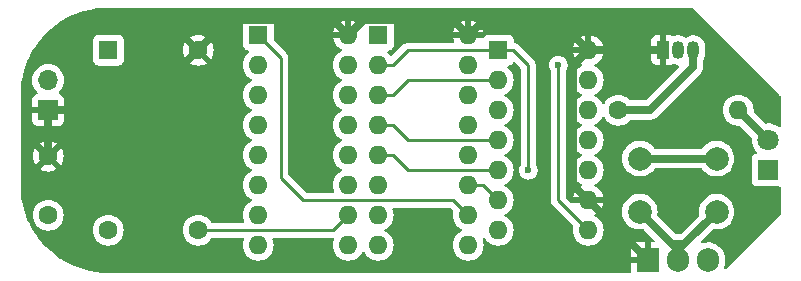
<source format=gbl>
G04 #@! TF.GenerationSoftware,KiCad,Pcbnew,8.0.9*
G04 #@! TF.CreationDate,2025-03-02T13:36:19+01:00*
G04 #@! TF.ProjectId,strobe,7374726f-6265-42e6-9b69-6361645f7063,rev?*
G04 #@! TF.SameCoordinates,Original*
G04 #@! TF.FileFunction,Copper,L2,Bot*
G04 #@! TF.FilePolarity,Positive*
%FSLAX46Y46*%
G04 Gerber Fmt 4.6, Leading zero omitted, Abs format (unit mm)*
G04 Created by KiCad (PCBNEW 8.0.9) date 2025-03-02 13:36:19*
%MOMM*%
%LPD*%
G01*
G04 APERTURE LIST*
G04 #@! TA.AperFunction,ComponentPad*
%ADD10R,1.600000X1.600000*%
G04 #@! TD*
G04 #@! TA.AperFunction,ComponentPad*
%ADD11O,1.600000X1.600000*%
G04 #@! TD*
G04 #@! TA.AperFunction,ComponentPad*
%ADD12R,1.050000X1.500000*%
G04 #@! TD*
G04 #@! TA.AperFunction,ComponentPad*
%ADD13O,1.050000X1.500000*%
G04 #@! TD*
G04 #@! TA.AperFunction,ComponentPad*
%ADD14C,2.000000*%
G04 #@! TD*
G04 #@! TA.AperFunction,ComponentPad*
%ADD15R,1.800000X1.800000*%
G04 #@! TD*
G04 #@! TA.AperFunction,ComponentPad*
%ADD16C,1.800000*%
G04 #@! TD*
G04 #@! TA.AperFunction,ComponentPad*
%ADD17R,1.700000X1.700000*%
G04 #@! TD*
G04 #@! TA.AperFunction,ComponentPad*
%ADD18O,1.700000X1.700000*%
G04 #@! TD*
G04 #@! TA.AperFunction,ComponentPad*
%ADD19C,1.600000*%
G04 #@! TD*
G04 #@! TA.AperFunction,ComponentPad*
%ADD20R,1.905000X2.000000*%
G04 #@! TD*
G04 #@! TA.AperFunction,ComponentPad*
%ADD21O,1.905000X2.000000*%
G04 #@! TD*
G04 #@! TA.AperFunction,ViaPad*
%ADD22C,0.600000*%
G04 #@! TD*
G04 #@! TA.AperFunction,Conductor*
%ADD23C,0.635000*%
G04 #@! TD*
G04 #@! TA.AperFunction,Conductor*
%ADD24C,0.254000*%
G04 #@! TD*
G04 APERTURE END LIST*
D10*
X128270000Y-95250000D03*
D11*
X128270000Y-97790000D03*
X128270000Y-100330000D03*
X128270000Y-102870000D03*
X128270000Y-105410000D03*
X128270000Y-107950000D03*
X128270000Y-110490000D03*
X135890000Y-110490000D03*
X135890000Y-107950000D03*
X135890000Y-105410000D03*
X135890000Y-102870000D03*
X135890000Y-100330000D03*
X135890000Y-97790000D03*
X135890000Y-95250000D03*
D10*
X118110000Y-93980000D03*
D11*
X118110000Y-96520000D03*
X118110000Y-99060000D03*
X118110000Y-101600000D03*
X118110000Y-104140000D03*
X118110000Y-106680000D03*
X118110000Y-109220000D03*
X118110000Y-111760000D03*
X125730000Y-111760000D03*
X125730000Y-109220000D03*
X125730000Y-106680000D03*
X125730000Y-104140000D03*
X125730000Y-101600000D03*
X125730000Y-99060000D03*
X125730000Y-96520000D03*
X125730000Y-93980000D03*
D12*
X142240000Y-95250000D03*
D13*
X143510000Y-95250000D03*
X144780000Y-95250000D03*
D10*
X107950000Y-93980000D03*
D11*
X107950000Y-96520000D03*
X107950000Y-99060000D03*
X107950000Y-101600000D03*
X107950000Y-104140000D03*
X107950000Y-106680000D03*
X107950000Y-109220000D03*
X107950000Y-111760000D03*
X115570000Y-111760000D03*
X115570000Y-109220000D03*
X115570000Y-106680000D03*
X115570000Y-104140000D03*
X115570000Y-101600000D03*
X115570000Y-99060000D03*
X115570000Y-96520000D03*
X115570000Y-93980000D03*
D14*
X140260000Y-104430000D03*
X146760000Y-104430000D03*
X140260000Y-108930000D03*
X146760000Y-108930000D03*
D15*
X151130000Y-105390000D03*
D16*
X151130000Y-102850000D03*
D17*
X90170000Y-100330000D03*
D18*
X90170000Y-97790000D03*
D19*
X138430000Y-100330000D03*
D11*
X148590000Y-100330000D03*
D10*
X95250000Y-95250000D03*
D19*
X95250000Y-110490000D03*
X102870000Y-110490000D03*
X102870000Y-95250000D03*
X90170000Y-104220000D03*
X90170000Y-109220000D03*
D20*
X140970000Y-113030000D03*
D21*
X143510000Y-113030000D03*
X146050000Y-113030000D03*
D22*
X133350000Y-96520000D03*
X130810000Y-105410000D03*
D23*
X146760000Y-104430000D02*
X140260000Y-104430000D01*
X124412500Y-92662500D02*
X125730000Y-93980000D01*
X115570000Y-93980000D02*
X116887500Y-92662500D01*
X90170000Y-100330000D02*
X90170000Y-104220000D01*
X105457500Y-92662500D02*
X114252500Y-92662500D01*
X102870000Y-95250000D02*
X105457500Y-92662500D01*
X133820001Y-93180001D02*
X135890000Y-95250000D01*
X135890000Y-95250000D02*
X142240000Y-95250000D01*
X134572500Y-106632500D02*
X135890000Y-107950000D01*
X126529999Y-93180001D02*
X133820001Y-93180001D01*
X134572500Y-96567500D02*
X134572500Y-106632500D01*
X114252500Y-92662500D02*
X115570000Y-93980000D01*
X116887500Y-92662500D02*
X124412500Y-92662500D01*
X125730000Y-93980000D02*
X126529999Y-93180001D01*
X135890000Y-107950000D02*
X140970000Y-113030000D01*
X97790000Y-100330000D02*
X90170000Y-100330000D01*
X135890000Y-95250000D02*
X134572500Y-96567500D01*
X102870000Y-95250000D02*
X97790000Y-100330000D01*
X151130000Y-102850000D02*
X151110000Y-102850000D01*
X151110000Y-102850000D02*
X148590000Y-100330000D01*
D24*
X135890000Y-110490000D02*
X133350000Y-107950000D01*
X133350000Y-107950000D02*
X133350000Y-96520000D01*
D23*
X144780000Y-96635000D02*
X144780000Y-95250000D01*
X138430000Y-100330000D02*
X141085000Y-100330000D01*
X141085000Y-100330000D02*
X144780000Y-96635000D01*
X143510000Y-113030000D02*
X143510000Y-112180000D01*
X142982500Y-111652500D02*
X143510000Y-112180000D01*
X144037500Y-111652500D02*
X146760000Y-108930000D01*
X144037500Y-111652500D02*
X142982500Y-111652500D01*
X140260000Y-108930000D02*
X142982500Y-111652500D01*
X143510000Y-112180000D02*
X144037500Y-111652500D01*
D24*
X114300000Y-110490000D02*
X115570000Y-109220000D01*
X102870000Y-110490000D02*
X114300000Y-110490000D01*
X109855000Y-95885000D02*
X107950000Y-93980000D01*
X124460000Y-107950000D02*
X111760000Y-107950000D01*
X111760000Y-107950000D02*
X109855000Y-106045000D01*
X109855000Y-106045000D02*
X109855000Y-95885000D01*
X125730000Y-109220000D02*
X124460000Y-107950000D01*
X125730000Y-106680000D02*
X127000000Y-106680000D01*
X127000000Y-106680000D02*
X128270000Y-107950000D01*
X118110000Y-96520000D02*
X119380000Y-96520000D01*
X119380000Y-96520000D02*
X120650000Y-95250000D01*
X129540000Y-95250000D02*
X128270000Y-95250000D01*
X130810000Y-96520000D02*
X129540000Y-95250000D01*
X120650000Y-95250000D02*
X128270000Y-95250000D01*
X130810000Y-105410000D02*
X130810000Y-96520000D01*
X128270000Y-102870000D02*
X120650000Y-102870000D01*
X120650000Y-102870000D02*
X119380000Y-101600000D01*
X119380000Y-101600000D02*
X118110000Y-101600000D01*
X118110000Y-104140000D02*
X119380000Y-104140000D01*
X128270000Y-105410000D02*
X120650000Y-105410000D01*
X119380000Y-104140000D02*
X120650000Y-105410000D01*
X119380000Y-99060000D02*
X120650000Y-97790000D01*
X120650000Y-97790000D02*
X128270000Y-97790000D01*
X118110000Y-99060000D02*
X119380000Y-99060000D01*
G04 #@! TA.AperFunction,Conductor*
G36*
X144712627Y-91660185D02*
G01*
X144733269Y-91676819D01*
X152163181Y-99106730D01*
X152196666Y-99168053D01*
X152199500Y-99194411D01*
X152199500Y-101654063D01*
X152179815Y-101721102D01*
X152127011Y-101766857D01*
X152057853Y-101776801D01*
X151999338Y-101751917D01*
X151948543Y-101712382D01*
X151898626Y-101673530D01*
X151762751Y-101599998D01*
X151694504Y-101563064D01*
X151694495Y-101563061D01*
X151474984Y-101487702D01*
X151303282Y-101459050D01*
X151246049Y-101449500D01*
X151013951Y-101449500D01*
X151013950Y-101449500D01*
X150950393Y-101460105D01*
X150881028Y-101451722D01*
X150842304Y-101425477D01*
X149924395Y-100507568D01*
X149890910Y-100446245D01*
X149888548Y-100409084D01*
X149895468Y-100330000D01*
X149875635Y-100103308D01*
X149816739Y-99883504D01*
X149720568Y-99677266D01*
X149622839Y-99537693D01*
X149590045Y-99490858D01*
X149429141Y-99329954D01*
X149242734Y-99199432D01*
X149242732Y-99199431D01*
X149036497Y-99103261D01*
X149036488Y-99103258D01*
X148816697Y-99044366D01*
X148816693Y-99044365D01*
X148816692Y-99044365D01*
X148816691Y-99044364D01*
X148816686Y-99044364D01*
X148590002Y-99024532D01*
X148589998Y-99024532D01*
X148363313Y-99044364D01*
X148363302Y-99044366D01*
X148143511Y-99103258D01*
X148143502Y-99103261D01*
X147937267Y-99199431D01*
X147937265Y-99199432D01*
X147750858Y-99329954D01*
X147589954Y-99490858D01*
X147459432Y-99677265D01*
X147459431Y-99677267D01*
X147363261Y-99883502D01*
X147363258Y-99883511D01*
X147304366Y-100103302D01*
X147304364Y-100103313D01*
X147284532Y-100329998D01*
X147284532Y-100330001D01*
X147304364Y-100556686D01*
X147304366Y-100556697D01*
X147363258Y-100776488D01*
X147363261Y-100776497D01*
X147459431Y-100982732D01*
X147459432Y-100982734D01*
X147589954Y-101169141D01*
X147750858Y-101330045D01*
X147750861Y-101330047D01*
X147937266Y-101460568D01*
X148143504Y-101556739D01*
X148363308Y-101615635D01*
X148525230Y-101629801D01*
X148589998Y-101635468D01*
X148589999Y-101635468D01*
X148589999Y-101635467D01*
X148590000Y-101635468D01*
X148669080Y-101628548D01*
X148737578Y-101642314D01*
X148767568Y-101664395D01*
X149701540Y-102598367D01*
X149735025Y-102659690D01*
X149737436Y-102696287D01*
X149726628Y-102826739D01*
X149724700Y-102850005D01*
X149724700Y-102850006D01*
X149743864Y-103081297D01*
X149743866Y-103081308D01*
X149800842Y-103306300D01*
X149894075Y-103518848D01*
X150021016Y-103713147D01*
X150021019Y-103713151D01*
X150021021Y-103713153D01*
X150115803Y-103816114D01*
X150146724Y-103878767D01*
X150138864Y-103948193D01*
X150094716Y-104002348D01*
X150067906Y-104016277D01*
X149987669Y-104046203D01*
X149987664Y-104046206D01*
X149872455Y-104132452D01*
X149872452Y-104132455D01*
X149786206Y-104247664D01*
X149786202Y-104247671D01*
X149735908Y-104382517D01*
X149729501Y-104442116D01*
X149729500Y-104442135D01*
X149729500Y-106337870D01*
X149729501Y-106337876D01*
X149735908Y-106397483D01*
X149786202Y-106532328D01*
X149786206Y-106532335D01*
X149872452Y-106647544D01*
X149872455Y-106647547D01*
X149987664Y-106733793D01*
X149987671Y-106733797D01*
X150122517Y-106784091D01*
X150122516Y-106784091D01*
X150129444Y-106784835D01*
X150182127Y-106790500D01*
X152075500Y-106790499D01*
X152142539Y-106810184D01*
X152188294Y-106862987D01*
X152199500Y-106914499D01*
X152199500Y-109085588D01*
X152179815Y-109152627D01*
X152163181Y-109173269D01*
X147615140Y-113721309D01*
X147553817Y-113754794D01*
X147484125Y-113749810D01*
X147428192Y-113707938D01*
X147403775Y-113642474D01*
X147409528Y-113595310D01*
X147467221Y-113417749D01*
X147467221Y-113417748D01*
X147467222Y-113417745D01*
X147503000Y-113191854D01*
X147503000Y-112868146D01*
X147467222Y-112642255D01*
X147467221Y-112642251D01*
X147467221Y-112642250D01*
X147396549Y-112424744D01*
X147390427Y-112412728D01*
X147292717Y-112220962D01*
X147158286Y-112035934D01*
X146996566Y-111874214D01*
X146811538Y-111739783D01*
X146607755Y-111635950D01*
X146390248Y-111565278D01*
X146188428Y-111533313D01*
X146164354Y-111529500D01*
X145935646Y-111529500D01*
X145892063Y-111536403D01*
X145709753Y-111565278D01*
X145709746Y-111565279D01*
X145566667Y-111611768D01*
X145496826Y-111613763D01*
X145436994Y-111577682D01*
X145406166Y-111514981D01*
X145414131Y-111445567D01*
X145440666Y-111406159D01*
X146402561Y-110444264D01*
X146463882Y-110410781D01*
X146510646Y-110409638D01*
X146635665Y-110430500D01*
X146635666Y-110430500D01*
X146884335Y-110430500D01*
X147129614Y-110389571D01*
X147364810Y-110308828D01*
X147583509Y-110190474D01*
X147779744Y-110037738D01*
X147948164Y-109854785D01*
X148084173Y-109646607D01*
X148184063Y-109418881D01*
X148245108Y-109177821D01*
X148247196Y-109152627D01*
X148265643Y-108930005D01*
X148265643Y-108929994D01*
X148245109Y-108682187D01*
X148245107Y-108682175D01*
X148184063Y-108441118D01*
X148084173Y-108213393D01*
X147948166Y-108005217D01*
X147864469Y-107914298D01*
X147779744Y-107822262D01*
X147583509Y-107669526D01*
X147583507Y-107669525D01*
X147583506Y-107669524D01*
X147364811Y-107551172D01*
X147364802Y-107551169D01*
X147129616Y-107470429D01*
X146884335Y-107429500D01*
X146635665Y-107429500D01*
X146390383Y-107470429D01*
X146155197Y-107551169D01*
X146155188Y-107551172D01*
X145936493Y-107669524D01*
X145740257Y-107822261D01*
X145571833Y-108005217D01*
X145435826Y-108213393D01*
X145335936Y-108441118D01*
X145274892Y-108682175D01*
X145274890Y-108682187D01*
X145254357Y-108929994D01*
X145254357Y-108930005D01*
X145274890Y-109177812D01*
X145275737Y-109182885D01*
X145273517Y-109183255D01*
X145271193Y-109243646D01*
X145241328Y-109291843D01*
X143734992Y-110798181D01*
X143673669Y-110831666D01*
X143647311Y-110834500D01*
X143372689Y-110834500D01*
X143305650Y-110814815D01*
X143285008Y-110798181D01*
X141778670Y-109291843D01*
X141745185Y-109230520D01*
X141745997Y-109183165D01*
X141744264Y-109182876D01*
X141745107Y-109177824D01*
X141745108Y-109177821D01*
X141747196Y-109152627D01*
X141765643Y-108930005D01*
X141765643Y-108929994D01*
X141745109Y-108682187D01*
X141745107Y-108682175D01*
X141684063Y-108441118D01*
X141584173Y-108213393D01*
X141448166Y-108005217D01*
X141364469Y-107914298D01*
X141279744Y-107822262D01*
X141083509Y-107669526D01*
X141083507Y-107669525D01*
X141083506Y-107669524D01*
X140864811Y-107551172D01*
X140864802Y-107551169D01*
X140629616Y-107470429D01*
X140384335Y-107429500D01*
X140135665Y-107429500D01*
X139890383Y-107470429D01*
X139655197Y-107551169D01*
X139655188Y-107551172D01*
X139436493Y-107669524D01*
X139240257Y-107822261D01*
X139071833Y-108005217D01*
X138935826Y-108213393D01*
X138835936Y-108441118D01*
X138774892Y-108682175D01*
X138774890Y-108682187D01*
X138754357Y-108929994D01*
X138754357Y-108930005D01*
X138774890Y-109177812D01*
X138774892Y-109177824D01*
X138835936Y-109418881D01*
X138935826Y-109646606D01*
X139071833Y-109854782D01*
X139071836Y-109854785D01*
X139240256Y-110037738D01*
X139436491Y-110190474D01*
X139655190Y-110308828D01*
X139890386Y-110389571D01*
X140135665Y-110430500D01*
X140384334Y-110430500D01*
X140384335Y-110430500D01*
X140509351Y-110409638D01*
X140578713Y-110418020D01*
X140617439Y-110444266D01*
X141491492Y-111318319D01*
X141524977Y-111379642D01*
X141519993Y-111449334D01*
X141478121Y-111505267D01*
X141412657Y-111529684D01*
X141403811Y-111530000D01*
X141220000Y-111530000D01*
X141220000Y-112539252D01*
X141182292Y-112517482D01*
X141042409Y-112480000D01*
X140897591Y-112480000D01*
X140757708Y-112517482D01*
X140720000Y-112539252D01*
X140720000Y-111530000D01*
X139969655Y-111530000D01*
X139910127Y-111536401D01*
X139910120Y-111536403D01*
X139775413Y-111586645D01*
X139775406Y-111586649D01*
X139660312Y-111672809D01*
X139660309Y-111672812D01*
X139574149Y-111787906D01*
X139574145Y-111787913D01*
X139523903Y-111922620D01*
X139523901Y-111922627D01*
X139517500Y-111982155D01*
X139517500Y-112780000D01*
X140479252Y-112780000D01*
X140457482Y-112817708D01*
X140420000Y-112957591D01*
X140420000Y-113102409D01*
X140457482Y-113242292D01*
X140479252Y-113280000D01*
X139517500Y-113280000D01*
X139517500Y-113975500D01*
X139497815Y-114042539D01*
X139445011Y-114088294D01*
X139393500Y-114099500D01*
X95252214Y-114099500D01*
X95247788Y-114099421D01*
X94725131Y-114080754D01*
X94716302Y-114080123D01*
X94198495Y-114024453D01*
X94189733Y-114023193D01*
X93677223Y-113930726D01*
X93668574Y-113928844D01*
X93163973Y-113800052D01*
X93155480Y-113797558D01*
X92661359Y-113633098D01*
X92653065Y-113630005D01*
X92171922Y-113430710D01*
X92163871Y-113427033D01*
X91698168Y-113193919D01*
X91690406Y-113189681D01*
X91242517Y-112923937D01*
X91235075Y-112919154D01*
X91193903Y-112890568D01*
X91005915Y-112760045D01*
X90807292Y-112622138D01*
X90800206Y-112616833D01*
X90394716Y-112290068D01*
X90388026Y-112284272D01*
X90006862Y-111929396D01*
X90000603Y-111923137D01*
X89645727Y-111541973D01*
X89639931Y-111535283D01*
X89313166Y-111129793D01*
X89307861Y-111122707D01*
X89178572Y-110936496D01*
X89010837Y-110694912D01*
X89006067Y-110687489D01*
X88740313Y-110239584D01*
X88736080Y-110231831D01*
X88730181Y-110220047D01*
X88596581Y-109953147D01*
X88502966Y-109766128D01*
X88499289Y-109758077D01*
X88322847Y-109332106D01*
X88299993Y-109276932D01*
X88296901Y-109268640D01*
X88287572Y-109240611D01*
X88280711Y-109219998D01*
X88864532Y-109219998D01*
X88864532Y-109220001D01*
X88884364Y-109446686D01*
X88884366Y-109446697D01*
X88943258Y-109666488D01*
X88943261Y-109666497D01*
X89039431Y-109872732D01*
X89039432Y-109872734D01*
X89169954Y-110059141D01*
X89330858Y-110220045D01*
X89330861Y-110220047D01*
X89517266Y-110350568D01*
X89723504Y-110446739D01*
X89943308Y-110505635D01*
X90105230Y-110519801D01*
X90169998Y-110525468D01*
X90170000Y-110525468D01*
X90170002Y-110525468D01*
X90226673Y-110520509D01*
X90396692Y-110505635D01*
X90455050Y-110489998D01*
X93944532Y-110489998D01*
X93944532Y-110490001D01*
X93964364Y-110716686D01*
X93964366Y-110716697D01*
X94023258Y-110936488D01*
X94023261Y-110936497D01*
X94119431Y-111142732D01*
X94119432Y-111142734D01*
X94249954Y-111329141D01*
X94410858Y-111490045D01*
X94410861Y-111490047D01*
X94597266Y-111620568D01*
X94803504Y-111716739D01*
X95023308Y-111775635D01*
X95185230Y-111789801D01*
X95249998Y-111795468D01*
X95250000Y-111795468D01*
X95250002Y-111795468D01*
X95306673Y-111790509D01*
X95476692Y-111775635D01*
X95696496Y-111716739D01*
X95902734Y-111620568D01*
X96089139Y-111490047D01*
X96250047Y-111329139D01*
X96380568Y-111142734D01*
X96476739Y-110936496D01*
X96535635Y-110716692D01*
X96555468Y-110490000D01*
X96555468Y-110489998D01*
X101564532Y-110489998D01*
X101564532Y-110490001D01*
X101584364Y-110716686D01*
X101584366Y-110716697D01*
X101643258Y-110936488D01*
X101643261Y-110936497D01*
X101739431Y-111142732D01*
X101739432Y-111142734D01*
X101869954Y-111329141D01*
X102030858Y-111490045D01*
X102030861Y-111490047D01*
X102217266Y-111620568D01*
X102423504Y-111716739D01*
X102643308Y-111775635D01*
X102805230Y-111789801D01*
X102869998Y-111795468D01*
X102870000Y-111795468D01*
X102870002Y-111795468D01*
X102926673Y-111790509D01*
X103096692Y-111775635D01*
X103316496Y-111716739D01*
X103522734Y-111620568D01*
X103709139Y-111490047D01*
X103870047Y-111329139D01*
X103981212Y-111170376D01*
X104035788Y-111126752D01*
X104082787Y-111117500D01*
X106620018Y-111117500D01*
X106687057Y-111137185D01*
X106732812Y-111189989D01*
X106742756Y-111259147D01*
X106732401Y-111293903D01*
X106723262Y-111313502D01*
X106723258Y-111313511D01*
X106664366Y-111533302D01*
X106664364Y-111533313D01*
X106644532Y-111759998D01*
X106644532Y-111760001D01*
X106664364Y-111986686D01*
X106664366Y-111986697D01*
X106723258Y-112206488D01*
X106723261Y-112206497D01*
X106819431Y-112412732D01*
X106819432Y-112412734D01*
X106949954Y-112599141D01*
X107110858Y-112760045D01*
X107110861Y-112760047D01*
X107297266Y-112890568D01*
X107503504Y-112986739D01*
X107723308Y-113045635D01*
X107885230Y-113059801D01*
X107949998Y-113065468D01*
X107950000Y-113065468D01*
X107950002Y-113065468D01*
X108006673Y-113060509D01*
X108176692Y-113045635D01*
X108396496Y-112986739D01*
X108602734Y-112890568D01*
X108789139Y-112760047D01*
X108950047Y-112599139D01*
X109080568Y-112412734D01*
X109176739Y-112206496D01*
X109235635Y-111986692D01*
X109255468Y-111760000D01*
X109235635Y-111533308D01*
X109176739Y-111313504D01*
X109167599Y-111293903D01*
X109157108Y-111224826D01*
X109185629Y-111161042D01*
X109244106Y-111122803D01*
X109279982Y-111117500D01*
X114240018Y-111117500D01*
X114307057Y-111137185D01*
X114352812Y-111189989D01*
X114362756Y-111259147D01*
X114352401Y-111293903D01*
X114343262Y-111313502D01*
X114343258Y-111313511D01*
X114284366Y-111533302D01*
X114284364Y-111533313D01*
X114264532Y-111759998D01*
X114264532Y-111760001D01*
X114284364Y-111986686D01*
X114284366Y-111986697D01*
X114343258Y-112206488D01*
X114343261Y-112206497D01*
X114439431Y-112412732D01*
X114439432Y-112412734D01*
X114569954Y-112599141D01*
X114730858Y-112760045D01*
X114730861Y-112760047D01*
X114917266Y-112890568D01*
X115123504Y-112986739D01*
X115343308Y-113045635D01*
X115505230Y-113059801D01*
X115569998Y-113065468D01*
X115570000Y-113065468D01*
X115570002Y-113065468D01*
X115626673Y-113060509D01*
X115796692Y-113045635D01*
X116016496Y-112986739D01*
X116222734Y-112890568D01*
X116409139Y-112760047D01*
X116570047Y-112599139D01*
X116700568Y-112412734D01*
X116727618Y-112354724D01*
X116773790Y-112302285D01*
X116840983Y-112283133D01*
X116907865Y-112303348D01*
X116952382Y-112354725D01*
X116979429Y-112412728D01*
X116979432Y-112412734D01*
X117109954Y-112599141D01*
X117270858Y-112760045D01*
X117270861Y-112760047D01*
X117457266Y-112890568D01*
X117663504Y-112986739D01*
X117883308Y-113045635D01*
X118045230Y-113059801D01*
X118109998Y-113065468D01*
X118110000Y-113065468D01*
X118110002Y-113065468D01*
X118166673Y-113060509D01*
X118336692Y-113045635D01*
X118556496Y-112986739D01*
X118762734Y-112890568D01*
X118949139Y-112760047D01*
X119110047Y-112599139D01*
X119240568Y-112412734D01*
X119336739Y-112206496D01*
X119395635Y-111986692D01*
X119415468Y-111760000D01*
X119395635Y-111533308D01*
X119336739Y-111313504D01*
X119240568Y-111107266D01*
X119110047Y-110920861D01*
X119110045Y-110920858D01*
X118949141Y-110759954D01*
X118762734Y-110629432D01*
X118762728Y-110629429D01*
X118704725Y-110602382D01*
X118652285Y-110556210D01*
X118633133Y-110489017D01*
X118653348Y-110422135D01*
X118704725Y-110377618D01*
X118762734Y-110350568D01*
X118949139Y-110220047D01*
X119110047Y-110059139D01*
X119240568Y-109872734D01*
X119336739Y-109666496D01*
X119395635Y-109446692D01*
X119415468Y-109220000D01*
X119395635Y-108993308D01*
X119336739Y-108773504D01*
X119327599Y-108753903D01*
X119317108Y-108684826D01*
X119345629Y-108621042D01*
X119404106Y-108582803D01*
X119439982Y-108577500D01*
X124148719Y-108577500D01*
X124215758Y-108597185D01*
X124236400Y-108613819D01*
X124429989Y-108807408D01*
X124463474Y-108868731D01*
X124462083Y-108927182D01*
X124444366Y-108993302D01*
X124444364Y-108993313D01*
X124424532Y-109219998D01*
X124424532Y-109220001D01*
X124444364Y-109446686D01*
X124444366Y-109446697D01*
X124503258Y-109666488D01*
X124503261Y-109666497D01*
X124599431Y-109872732D01*
X124599432Y-109872734D01*
X124729954Y-110059141D01*
X124890858Y-110220045D01*
X124890861Y-110220047D01*
X125077266Y-110350568D01*
X125135275Y-110377618D01*
X125187714Y-110423791D01*
X125206866Y-110490984D01*
X125186650Y-110557865D01*
X125135275Y-110602382D01*
X125077267Y-110629431D01*
X125077265Y-110629432D01*
X124890858Y-110759954D01*
X124729954Y-110920858D01*
X124599432Y-111107265D01*
X124599431Y-111107267D01*
X124503261Y-111313502D01*
X124503258Y-111313511D01*
X124444366Y-111533302D01*
X124444364Y-111533313D01*
X124424532Y-111759998D01*
X124424532Y-111760001D01*
X124444364Y-111986686D01*
X124444366Y-111986697D01*
X124503258Y-112206488D01*
X124503261Y-112206497D01*
X124599431Y-112412732D01*
X124599432Y-112412734D01*
X124729954Y-112599141D01*
X124890858Y-112760045D01*
X124890861Y-112760047D01*
X125077266Y-112890568D01*
X125283504Y-112986739D01*
X125503308Y-113045635D01*
X125665230Y-113059801D01*
X125729998Y-113065468D01*
X125730000Y-113065468D01*
X125730002Y-113065468D01*
X125786673Y-113060509D01*
X125956692Y-113045635D01*
X126176496Y-112986739D01*
X126382734Y-112890568D01*
X126569139Y-112760047D01*
X126730047Y-112599139D01*
X126860568Y-112412734D01*
X126956739Y-112206496D01*
X127015635Y-111986692D01*
X127035468Y-111760000D01*
X127015635Y-111533308D01*
X126956739Y-111313504D01*
X126953119Y-111305742D01*
X126942627Y-111236667D01*
X126971145Y-111172882D01*
X127029621Y-111134642D01*
X127099488Y-111134086D01*
X127158565Y-111171391D01*
X127167076Y-111182214D01*
X127269954Y-111329141D01*
X127430858Y-111490045D01*
X127430861Y-111490047D01*
X127617266Y-111620568D01*
X127823504Y-111716739D01*
X128043308Y-111775635D01*
X128205230Y-111789801D01*
X128269998Y-111795468D01*
X128270000Y-111795468D01*
X128270002Y-111795468D01*
X128326673Y-111790509D01*
X128496692Y-111775635D01*
X128716496Y-111716739D01*
X128922734Y-111620568D01*
X129109139Y-111490047D01*
X129270047Y-111329139D01*
X129400568Y-111142734D01*
X129496739Y-110936496D01*
X129555635Y-110716692D01*
X129575468Y-110490000D01*
X129555635Y-110263308D01*
X129496739Y-110043504D01*
X129400568Y-109837266D01*
X129302839Y-109697693D01*
X129270045Y-109650858D01*
X129109141Y-109489954D01*
X128922734Y-109359432D01*
X128922728Y-109359429D01*
X128895038Y-109346517D01*
X128864724Y-109332381D01*
X128812285Y-109286210D01*
X128793133Y-109219017D01*
X128813348Y-109152135D01*
X128864725Y-109107618D01*
X128865319Y-109107341D01*
X128922734Y-109080568D01*
X129109139Y-108950047D01*
X129270047Y-108789139D01*
X129400568Y-108602734D01*
X129496739Y-108396496D01*
X129555635Y-108176692D01*
X129575468Y-107950000D01*
X129572344Y-107914298D01*
X129561960Y-107795606D01*
X129555635Y-107723308D01*
X129496739Y-107503504D01*
X129400568Y-107297266D01*
X129270047Y-107110861D01*
X129270045Y-107110858D01*
X129109141Y-106949954D01*
X128922734Y-106819432D01*
X128922728Y-106819429D01*
X128864725Y-106792382D01*
X128812285Y-106746210D01*
X128793133Y-106679017D01*
X128813348Y-106612135D01*
X128864725Y-106567618D01*
X128922734Y-106540568D01*
X129109139Y-106410047D01*
X129270047Y-106249139D01*
X129400568Y-106062734D01*
X129496739Y-105856496D01*
X129555635Y-105636692D01*
X129575468Y-105410000D01*
X129555635Y-105183308D01*
X129496739Y-104963504D01*
X129400568Y-104757266D01*
X129302839Y-104617693D01*
X129270045Y-104570858D01*
X129109141Y-104409954D01*
X128922734Y-104279432D01*
X128922728Y-104279429D01*
X128864725Y-104252382D01*
X128812285Y-104206210D01*
X128793133Y-104139017D01*
X128813348Y-104072135D01*
X128864725Y-104027618D01*
X128922734Y-104000568D01*
X129109139Y-103870047D01*
X129270047Y-103709139D01*
X129400568Y-103522734D01*
X129496739Y-103316496D01*
X129555635Y-103096692D01*
X129575468Y-102870000D01*
X129555635Y-102643308D01*
X129496739Y-102423504D01*
X129400568Y-102217266D01*
X129302839Y-102077693D01*
X129270045Y-102030858D01*
X129109141Y-101869954D01*
X128922734Y-101739432D01*
X128922728Y-101739429D01*
X128864725Y-101712382D01*
X128812285Y-101666210D01*
X128793133Y-101599017D01*
X128813348Y-101532135D01*
X128864725Y-101487618D01*
X128922734Y-101460568D01*
X129109139Y-101330047D01*
X129270047Y-101169139D01*
X129400568Y-100982734D01*
X129496739Y-100776496D01*
X129555635Y-100556692D01*
X129575468Y-100330000D01*
X129555635Y-100103308D01*
X129496739Y-99883504D01*
X129400568Y-99677266D01*
X129302839Y-99537693D01*
X129270045Y-99490858D01*
X129109141Y-99329954D01*
X128922734Y-99199432D01*
X128922728Y-99199429D01*
X128864725Y-99172382D01*
X128812285Y-99126210D01*
X128793133Y-99059017D01*
X128813348Y-98992135D01*
X128864725Y-98947618D01*
X128922734Y-98920568D01*
X129109139Y-98790047D01*
X129270047Y-98629139D01*
X129400568Y-98442734D01*
X129496739Y-98236496D01*
X129555635Y-98016692D01*
X129575468Y-97790000D01*
X129555635Y-97563308D01*
X129496739Y-97343504D01*
X129400568Y-97137266D01*
X129298842Y-96991985D01*
X129270045Y-96950858D01*
X129109143Y-96789956D01*
X129084536Y-96772726D01*
X129040912Y-96718149D01*
X129033719Y-96648650D01*
X129065241Y-96586296D01*
X129125471Y-96550882D01*
X129142404Y-96547861D01*
X129177483Y-96544091D01*
X129312331Y-96493796D01*
X129427546Y-96407546D01*
X129505576Y-96303310D01*
X129561509Y-96261441D01*
X129631201Y-96256457D01*
X129692523Y-96289942D01*
X130146181Y-96743600D01*
X130179666Y-96804923D01*
X130182500Y-96831281D01*
X130182500Y-104868328D01*
X130163494Y-104934300D01*
X130084211Y-105060476D01*
X130024631Y-105230745D01*
X130024630Y-105230750D01*
X130004435Y-105409996D01*
X130004435Y-105410003D01*
X130024630Y-105589249D01*
X130024631Y-105589254D01*
X130084211Y-105759523D01*
X130137184Y-105843828D01*
X130180184Y-105912262D01*
X130307738Y-106039816D01*
X130335381Y-106057185D01*
X130419417Y-106109989D01*
X130460478Y-106135789D01*
X130520713Y-106156866D01*
X130630745Y-106195368D01*
X130630750Y-106195369D01*
X130809996Y-106215565D01*
X130810000Y-106215565D01*
X130810004Y-106215565D01*
X130989249Y-106195369D01*
X130989252Y-106195368D01*
X130989255Y-106195368D01*
X131159522Y-106135789D01*
X131312262Y-106039816D01*
X131439816Y-105912262D01*
X131535789Y-105759522D01*
X131595368Y-105589255D01*
X131599855Y-105549431D01*
X131615565Y-105410003D01*
X131615565Y-105409996D01*
X131595369Y-105230750D01*
X131595368Y-105230745D01*
X131535788Y-105060476D01*
X131456506Y-104934300D01*
X131437500Y-104868328D01*
X131437500Y-96519996D01*
X132544435Y-96519996D01*
X132544435Y-96520003D01*
X132564630Y-96699249D01*
X132564631Y-96699254D01*
X132624211Y-96869524D01*
X132703493Y-96995698D01*
X132722500Y-97061671D01*
X132722500Y-108011807D01*
X132746612Y-108133028D01*
X132746615Y-108133038D01*
X132764697Y-108176689D01*
X132764698Y-108176693D01*
X132793914Y-108247228D01*
X132793915Y-108247229D01*
X132793917Y-108247233D01*
X132825578Y-108294616D01*
X132825578Y-108294617D01*
X132862589Y-108350008D01*
X132862593Y-108350013D01*
X134589988Y-110077408D01*
X134623473Y-110138731D01*
X134622083Y-110197180D01*
X134604365Y-110263307D01*
X134604364Y-110263313D01*
X134584532Y-110489999D01*
X134584532Y-110490001D01*
X134604364Y-110716686D01*
X134604366Y-110716697D01*
X134663258Y-110936488D01*
X134663261Y-110936497D01*
X134759431Y-111142732D01*
X134759432Y-111142734D01*
X134889954Y-111329141D01*
X135050858Y-111490045D01*
X135050861Y-111490047D01*
X135237266Y-111620568D01*
X135443504Y-111716739D01*
X135663308Y-111775635D01*
X135825230Y-111789801D01*
X135889998Y-111795468D01*
X135890000Y-111795468D01*
X135890002Y-111795468D01*
X135946673Y-111790509D01*
X136116692Y-111775635D01*
X136336496Y-111716739D01*
X136542734Y-111620568D01*
X136729139Y-111490047D01*
X136890047Y-111329139D01*
X137020568Y-111142734D01*
X137116739Y-110936496D01*
X137175635Y-110716692D01*
X137195468Y-110490000D01*
X137175635Y-110263308D01*
X137116739Y-110043504D01*
X137020568Y-109837266D01*
X136922839Y-109697693D01*
X136890045Y-109650858D01*
X136729141Y-109489954D01*
X136542734Y-109359432D01*
X136542732Y-109359431D01*
X136531275Y-109354088D01*
X136484132Y-109332105D01*
X136431694Y-109285934D01*
X136412542Y-109218740D01*
X136432758Y-109151859D01*
X136484134Y-109107341D01*
X136542484Y-109080132D01*
X136728820Y-108949657D01*
X136889657Y-108788820D01*
X137020134Y-108602482D01*
X137116265Y-108396326D01*
X137116269Y-108396317D01*
X137168872Y-108200000D01*
X136205686Y-108200000D01*
X136210080Y-108195606D01*
X136262741Y-108104394D01*
X136290000Y-108002661D01*
X136290000Y-107897339D01*
X136262741Y-107795606D01*
X136210080Y-107704394D01*
X136205686Y-107700000D01*
X137168872Y-107700000D01*
X137168872Y-107699999D01*
X137116269Y-107503682D01*
X137116265Y-107503673D01*
X137020134Y-107297517D01*
X136889657Y-107111179D01*
X136728820Y-106950342D01*
X136542482Y-106819865D01*
X136484133Y-106792657D01*
X136431694Y-106746484D01*
X136412542Y-106679291D01*
X136432758Y-106612410D01*
X136484129Y-106567895D01*
X136542734Y-106540568D01*
X136729139Y-106410047D01*
X136890047Y-106249139D01*
X137020568Y-106062734D01*
X137116739Y-105856496D01*
X137175635Y-105636692D01*
X137195468Y-105410000D01*
X137175635Y-105183308D01*
X137116739Y-104963504D01*
X137020568Y-104757266D01*
X136922839Y-104617693D01*
X136890045Y-104570858D01*
X136749181Y-104429994D01*
X138754357Y-104429994D01*
X138754357Y-104430005D01*
X138774890Y-104677812D01*
X138774892Y-104677824D01*
X138835936Y-104918881D01*
X138935826Y-105146606D01*
X139071833Y-105354782D01*
X139071835Y-105354784D01*
X139071836Y-105354785D01*
X139240256Y-105537738D01*
X139436491Y-105690474D01*
X139436493Y-105690475D01*
X139564080Y-105759522D01*
X139655190Y-105808828D01*
X139890386Y-105889571D01*
X140135665Y-105930500D01*
X140384335Y-105930500D01*
X140629614Y-105889571D01*
X140864810Y-105808828D01*
X141083509Y-105690474D01*
X141279744Y-105537738D01*
X141448164Y-105354785D01*
X141481227Y-105304177D01*
X141534374Y-105258822D01*
X141585036Y-105248000D01*
X145434964Y-105248000D01*
X145502003Y-105267685D01*
X145538772Y-105304177D01*
X145571836Y-105354785D01*
X145740256Y-105537738D01*
X145936491Y-105690474D01*
X145936493Y-105690475D01*
X146064080Y-105759522D01*
X146155190Y-105808828D01*
X146390386Y-105889571D01*
X146635665Y-105930500D01*
X146884335Y-105930500D01*
X147129614Y-105889571D01*
X147364810Y-105808828D01*
X147583509Y-105690474D01*
X147779744Y-105537738D01*
X147948164Y-105354785D01*
X148084173Y-105146607D01*
X148184063Y-104918881D01*
X148245108Y-104677821D01*
X148245109Y-104677812D01*
X148265643Y-104430005D01*
X148265643Y-104429994D01*
X148245109Y-104182187D01*
X148245107Y-104182175D01*
X148184063Y-103941118D01*
X148084173Y-103713393D01*
X147948166Y-103505217D01*
X147918861Y-103473383D01*
X147779744Y-103322262D01*
X147583509Y-103169526D01*
X147583507Y-103169525D01*
X147583506Y-103169524D01*
X147364811Y-103051172D01*
X147364802Y-103051169D01*
X147129616Y-102970429D01*
X146884335Y-102929500D01*
X146635665Y-102929500D01*
X146390383Y-102970429D01*
X146155197Y-103051169D01*
X146155188Y-103051172D01*
X145936493Y-103169524D01*
X145767756Y-103300858D01*
X145740256Y-103322262D01*
X145571836Y-103505215D01*
X145562929Y-103518849D01*
X145538773Y-103555822D01*
X145485626Y-103601178D01*
X145434964Y-103612000D01*
X141585036Y-103612000D01*
X141517997Y-103592315D01*
X141481227Y-103555822D01*
X141474336Y-103545275D01*
X141448164Y-103505215D01*
X141279744Y-103322262D01*
X141083509Y-103169526D01*
X141083507Y-103169525D01*
X141083506Y-103169524D01*
X140864811Y-103051172D01*
X140864802Y-103051169D01*
X140629616Y-102970429D01*
X140384335Y-102929500D01*
X140135665Y-102929500D01*
X139890383Y-102970429D01*
X139655197Y-103051169D01*
X139655188Y-103051172D01*
X139436493Y-103169524D01*
X139240257Y-103322261D01*
X139071833Y-103505217D01*
X138935826Y-103713393D01*
X138835936Y-103941118D01*
X138774892Y-104182175D01*
X138774890Y-104182187D01*
X138754357Y-104429994D01*
X136749181Y-104429994D01*
X136729141Y-104409954D01*
X136542734Y-104279432D01*
X136542728Y-104279429D01*
X136484725Y-104252382D01*
X136432285Y-104206210D01*
X136413133Y-104139017D01*
X136433348Y-104072135D01*
X136484725Y-104027618D01*
X136542734Y-104000568D01*
X136729139Y-103870047D01*
X136890047Y-103709139D01*
X137020568Y-103522734D01*
X137116739Y-103316496D01*
X137175635Y-103096692D01*
X137195468Y-102870000D01*
X137175635Y-102643308D01*
X137116739Y-102423504D01*
X137020568Y-102217266D01*
X136922839Y-102077693D01*
X136890045Y-102030858D01*
X136729141Y-101869954D01*
X136542734Y-101739432D01*
X136542728Y-101739429D01*
X136484725Y-101712382D01*
X136432285Y-101666210D01*
X136413133Y-101599017D01*
X136433348Y-101532135D01*
X136484725Y-101487618D01*
X136542734Y-101460568D01*
X136729139Y-101330047D01*
X136890047Y-101169139D01*
X137020568Y-100982734D01*
X137047618Y-100924724D01*
X137093790Y-100872285D01*
X137160983Y-100853133D01*
X137227865Y-100873348D01*
X137272382Y-100924725D01*
X137299429Y-100982728D01*
X137299432Y-100982734D01*
X137429954Y-101169141D01*
X137590858Y-101330045D01*
X137590861Y-101330047D01*
X137777266Y-101460568D01*
X137983504Y-101556739D01*
X138203308Y-101615635D01*
X138365230Y-101629801D01*
X138429998Y-101635468D01*
X138430000Y-101635468D01*
X138430002Y-101635468D01*
X138486673Y-101630509D01*
X138656692Y-101615635D01*
X138876496Y-101556739D01*
X139082734Y-101460568D01*
X139269139Y-101330047D01*
X139414868Y-101184317D01*
X139476189Y-101150834D01*
X139502548Y-101148000D01*
X141165567Y-101148000D01*
X141165568Y-101147999D01*
X141323602Y-101116565D01*
X141398035Y-101085733D01*
X141472468Y-101054903D01*
X141606445Y-100965382D01*
X145415382Y-97156445D01*
X145504902Y-97022468D01*
X145517528Y-96991987D01*
X145566565Y-96873602D01*
X145598000Y-96715566D01*
X145598000Y-96134242D01*
X145617685Y-96067203D01*
X145618898Y-96065351D01*
X145688782Y-95960762D01*
X145688782Y-95960761D01*
X145688786Y-95960756D01*
X145766091Y-95774127D01*
X145805500Y-95576003D01*
X145805500Y-94923997D01*
X145766091Y-94725873D01*
X145688786Y-94539244D01*
X145688784Y-94539241D01*
X145688782Y-94539237D01*
X145576558Y-94371281D01*
X145433718Y-94228441D01*
X145265762Y-94116217D01*
X145265752Y-94116212D01*
X145079127Y-94038909D01*
X145079119Y-94038907D01*
X144881007Y-93999500D01*
X144881003Y-93999500D01*
X144678997Y-93999500D01*
X144678992Y-93999500D01*
X144480880Y-94038907D01*
X144480872Y-94038909D01*
X144294244Y-94116213D01*
X144213891Y-94169904D01*
X144147213Y-94190782D01*
X144079833Y-94172297D01*
X144076109Y-94169904D01*
X143995755Y-94116213D01*
X143809127Y-94038909D01*
X143809119Y-94038907D01*
X143611007Y-93999500D01*
X143611003Y-93999500D01*
X143408997Y-93999500D01*
X143408992Y-93999500D01*
X143210880Y-94038907D01*
X143210868Y-94038910D01*
X143129661Y-94072547D01*
X143060191Y-94080016D01*
X143015140Y-94060405D01*
X143014872Y-94060897D01*
X143009374Y-94057894D01*
X143007895Y-94057251D01*
X143007086Y-94056645D01*
X142872379Y-94006403D01*
X142872372Y-94006401D01*
X142812844Y-94000000D01*
X142490000Y-94000000D01*
X142490000Y-94884134D01*
X142487617Y-94908326D01*
X142484500Y-94923997D01*
X142484500Y-94964170D01*
X142470255Y-94949925D01*
X142384745Y-94900556D01*
X142289370Y-94875000D01*
X142190630Y-94875000D01*
X142095255Y-94900556D01*
X142009745Y-94949925D01*
X141990000Y-94969670D01*
X141990000Y-94000000D01*
X141667155Y-94000000D01*
X141607627Y-94006401D01*
X141607620Y-94006403D01*
X141472913Y-94056645D01*
X141472906Y-94056649D01*
X141357812Y-94142809D01*
X141357809Y-94142812D01*
X141271649Y-94257906D01*
X141271645Y-94257913D01*
X141221403Y-94392620D01*
X141221401Y-94392627D01*
X141215000Y-94452155D01*
X141215000Y-95000000D01*
X141959670Y-95000000D01*
X141939925Y-95019745D01*
X141890556Y-95105255D01*
X141865000Y-95200630D01*
X141865000Y-95299370D01*
X141890556Y-95394745D01*
X141939925Y-95480255D01*
X141959670Y-95500000D01*
X141215000Y-95500000D01*
X141215000Y-96047844D01*
X141221401Y-96107372D01*
X141221403Y-96107379D01*
X141271645Y-96242086D01*
X141271649Y-96242093D01*
X141357809Y-96357187D01*
X141357812Y-96357190D01*
X141472906Y-96443350D01*
X141472913Y-96443354D01*
X141607620Y-96493596D01*
X141607627Y-96493598D01*
X141667155Y-96499999D01*
X141667172Y-96500000D01*
X141990000Y-96500000D01*
X141990000Y-95530330D01*
X142009745Y-95550075D01*
X142095255Y-95599444D01*
X142190630Y-95625000D01*
X142289370Y-95625000D01*
X142384745Y-95599444D01*
X142470255Y-95550075D01*
X142484500Y-95535830D01*
X142484500Y-95576003D01*
X142487042Y-95588784D01*
X142487617Y-95591671D01*
X142490000Y-95615865D01*
X142490000Y-96500000D01*
X142812828Y-96500000D01*
X142812844Y-96499999D01*
X142872372Y-96493598D01*
X142872376Y-96493597D01*
X143007089Y-96443352D01*
X143007896Y-96442748D01*
X143008845Y-96442393D01*
X143014876Y-96439101D01*
X143015349Y-96439967D01*
X143073360Y-96418329D01*
X143129661Y-96427451D01*
X143210873Y-96461091D01*
X143406478Y-96499999D01*
X143408992Y-96500499D01*
X143408996Y-96500500D01*
X143458310Y-96500500D01*
X143525349Y-96520185D01*
X143571104Y-96572989D01*
X143581048Y-96642147D01*
X143552023Y-96705703D01*
X143545991Y-96712181D01*
X140782492Y-99475681D01*
X140721169Y-99509166D01*
X140694811Y-99512000D01*
X139502548Y-99512000D01*
X139435509Y-99492315D01*
X139414871Y-99475685D01*
X139269139Y-99329953D01*
X139269138Y-99329952D01*
X139269137Y-99329951D01*
X139082734Y-99199432D01*
X139082732Y-99199431D01*
X138876497Y-99103261D01*
X138876488Y-99103258D01*
X138656697Y-99044366D01*
X138656693Y-99044365D01*
X138656692Y-99044365D01*
X138656691Y-99044364D01*
X138656686Y-99044364D01*
X138430002Y-99024532D01*
X138429998Y-99024532D01*
X138203313Y-99044364D01*
X138203302Y-99044366D01*
X137983511Y-99103258D01*
X137983502Y-99103261D01*
X137777267Y-99199431D01*
X137777265Y-99199432D01*
X137590858Y-99329954D01*
X137429954Y-99490858D01*
X137299432Y-99677265D01*
X137299431Y-99677267D01*
X137294145Y-99688604D01*
X137273482Y-99732917D01*
X137272382Y-99735275D01*
X137226209Y-99787714D01*
X137159016Y-99806866D01*
X137092135Y-99786650D01*
X137047618Y-99735275D01*
X137020568Y-99677266D01*
X136922839Y-99537693D01*
X136890045Y-99490858D01*
X136729141Y-99329954D01*
X136542734Y-99199432D01*
X136542728Y-99199429D01*
X136484725Y-99172382D01*
X136432285Y-99126210D01*
X136413133Y-99059017D01*
X136433348Y-98992135D01*
X136484725Y-98947618D01*
X136542734Y-98920568D01*
X136729139Y-98790047D01*
X136890047Y-98629139D01*
X137020568Y-98442734D01*
X137116739Y-98236496D01*
X137175635Y-98016692D01*
X137195468Y-97790000D01*
X137175635Y-97563308D01*
X137116739Y-97343504D01*
X137020568Y-97137266D01*
X136918842Y-96991985D01*
X136890045Y-96950858D01*
X136729141Y-96789954D01*
X136542734Y-96659432D01*
X136542732Y-96659431D01*
X136505666Y-96642147D01*
X136484132Y-96632105D01*
X136431694Y-96585934D01*
X136412542Y-96518740D01*
X136432758Y-96451859D01*
X136484134Y-96407341D01*
X136542484Y-96380132D01*
X136728820Y-96249657D01*
X136889657Y-96088820D01*
X137020134Y-95902482D01*
X137116265Y-95696326D01*
X137116269Y-95696317D01*
X137168872Y-95500000D01*
X136205686Y-95500000D01*
X136210080Y-95495606D01*
X136262741Y-95404394D01*
X136290000Y-95302661D01*
X136290000Y-95197339D01*
X136262741Y-95095606D01*
X136210080Y-95004394D01*
X136205686Y-95000000D01*
X137168872Y-95000000D01*
X137168872Y-94999999D01*
X137116269Y-94803682D01*
X137116265Y-94803673D01*
X137020134Y-94597517D01*
X136889657Y-94411179D01*
X136728820Y-94250342D01*
X136542482Y-94119865D01*
X136336328Y-94023734D01*
X136140000Y-93971127D01*
X136140000Y-94934314D01*
X136135606Y-94929920D01*
X136044394Y-94877259D01*
X135942661Y-94850000D01*
X135837339Y-94850000D01*
X135735606Y-94877259D01*
X135644394Y-94929920D01*
X135640000Y-94934314D01*
X135640000Y-93971127D01*
X135443671Y-94023734D01*
X135237517Y-94119865D01*
X135051179Y-94250342D01*
X134890342Y-94411179D01*
X134759865Y-94597517D01*
X134663734Y-94803673D01*
X134663730Y-94803682D01*
X134611127Y-94999999D01*
X134611128Y-95000000D01*
X135574314Y-95000000D01*
X135569920Y-95004394D01*
X135517259Y-95095606D01*
X135490000Y-95197339D01*
X135490000Y-95302661D01*
X135517259Y-95404394D01*
X135569920Y-95495606D01*
X135574314Y-95500000D01*
X134611128Y-95500000D01*
X134663730Y-95696317D01*
X134663734Y-95696326D01*
X134759865Y-95902482D01*
X134890342Y-96088820D01*
X135051179Y-96249657D01*
X135237518Y-96380134D01*
X135237520Y-96380135D01*
X135295865Y-96407342D01*
X135348305Y-96453514D01*
X135367457Y-96520707D01*
X135347242Y-96587589D01*
X135295867Y-96632105D01*
X135274334Y-96642147D01*
X135237264Y-96659433D01*
X135050858Y-96789954D01*
X134889954Y-96950858D01*
X134759432Y-97137265D01*
X134759431Y-97137267D01*
X134663261Y-97343502D01*
X134663258Y-97343511D01*
X134604366Y-97563302D01*
X134604364Y-97563313D01*
X134584532Y-97789998D01*
X134584532Y-97790001D01*
X134604364Y-98016686D01*
X134604366Y-98016697D01*
X134663258Y-98236488D01*
X134663261Y-98236497D01*
X134759431Y-98442732D01*
X134759432Y-98442734D01*
X134889954Y-98629141D01*
X135050858Y-98790045D01*
X135069284Y-98802947D01*
X135237266Y-98920568D01*
X135295275Y-98947618D01*
X135347714Y-98993791D01*
X135366866Y-99060984D01*
X135346650Y-99127865D01*
X135295275Y-99172382D01*
X135237267Y-99199431D01*
X135237265Y-99199432D01*
X135050858Y-99329954D01*
X134889954Y-99490858D01*
X134759432Y-99677265D01*
X134759431Y-99677267D01*
X134663261Y-99883502D01*
X134663258Y-99883511D01*
X134604366Y-100103302D01*
X134604364Y-100103313D01*
X134584532Y-100329998D01*
X134584532Y-100330001D01*
X134604364Y-100556686D01*
X134604366Y-100556697D01*
X134663258Y-100776488D01*
X134663261Y-100776497D01*
X134759431Y-100982732D01*
X134759432Y-100982734D01*
X134889954Y-101169141D01*
X135050858Y-101330045D01*
X135050861Y-101330047D01*
X135237266Y-101460568D01*
X135295275Y-101487618D01*
X135347714Y-101533791D01*
X135366866Y-101600984D01*
X135346650Y-101667865D01*
X135295275Y-101712382D01*
X135237267Y-101739431D01*
X135237265Y-101739432D01*
X135050858Y-101869954D01*
X134889954Y-102030858D01*
X134759432Y-102217265D01*
X134759431Y-102217267D01*
X134663261Y-102423502D01*
X134663258Y-102423511D01*
X134604366Y-102643302D01*
X134604364Y-102643313D01*
X134584532Y-102869998D01*
X134584532Y-102870001D01*
X134604364Y-103096686D01*
X134604366Y-103096697D01*
X134663258Y-103316488D01*
X134663261Y-103316497D01*
X134759431Y-103522732D01*
X134759432Y-103522734D01*
X134889954Y-103709141D01*
X135050858Y-103870045D01*
X135069284Y-103882947D01*
X135237266Y-104000568D01*
X135295275Y-104027618D01*
X135347714Y-104073791D01*
X135366866Y-104140984D01*
X135346650Y-104207865D01*
X135295275Y-104252382D01*
X135237267Y-104279431D01*
X135237265Y-104279432D01*
X135050858Y-104409954D01*
X134889954Y-104570858D01*
X134759432Y-104757265D01*
X134759431Y-104757267D01*
X134663261Y-104963502D01*
X134663258Y-104963511D01*
X134604366Y-105183302D01*
X134604364Y-105183313D01*
X134584532Y-105409998D01*
X134584532Y-105410001D01*
X134604364Y-105636686D01*
X134604366Y-105636697D01*
X134663258Y-105856488D01*
X134663261Y-105856497D01*
X134759431Y-106062732D01*
X134759432Y-106062734D01*
X134889954Y-106249141D01*
X135050858Y-106410045D01*
X135050861Y-106410047D01*
X135237266Y-106540568D01*
X135295865Y-106567893D01*
X135348305Y-106614065D01*
X135367457Y-106681258D01*
X135347242Y-106748139D01*
X135295867Y-106792657D01*
X135237515Y-106819867D01*
X135051179Y-106950342D01*
X134890342Y-107111179D01*
X134759865Y-107297517D01*
X134663734Y-107503673D01*
X134663730Y-107503682D01*
X134611127Y-107699999D01*
X134611128Y-107700000D01*
X135574314Y-107700000D01*
X135569920Y-107704394D01*
X135517259Y-107795606D01*
X135490000Y-107897339D01*
X135490000Y-108002661D01*
X135517259Y-108104394D01*
X135569920Y-108195606D01*
X135574314Y-108200000D01*
X134570714Y-108200000D01*
X134517297Y-108203173D01*
X134457435Y-108170015D01*
X134013819Y-107726399D01*
X133980334Y-107665076D01*
X133977500Y-107638718D01*
X133977500Y-97061671D01*
X133996507Y-96995698D01*
X134014856Y-96966497D01*
X134044953Y-96918597D01*
X134075788Y-96869524D01*
X134089170Y-96831281D01*
X134135368Y-96699255D01*
X134141070Y-96648650D01*
X134155565Y-96520003D01*
X134155565Y-96519996D01*
X134135369Y-96340750D01*
X134135368Y-96340745D01*
X134082390Y-96189343D01*
X134075789Y-96170478D01*
X134049549Y-96128718D01*
X134024480Y-96088820D01*
X133979816Y-96017738D01*
X133852262Y-95890184D01*
X133815787Y-95867265D01*
X133699523Y-95794211D01*
X133529254Y-95734631D01*
X133529249Y-95734630D01*
X133350004Y-95714435D01*
X133349996Y-95714435D01*
X133170750Y-95734630D01*
X133170745Y-95734631D01*
X133000476Y-95794211D01*
X132847737Y-95890184D01*
X132720184Y-96017737D01*
X132624211Y-96170476D01*
X132564631Y-96340745D01*
X132564630Y-96340750D01*
X132544435Y-96519996D01*
X131437500Y-96519996D01*
X131437500Y-96458194D01*
X131413386Y-96336970D01*
X131413385Y-96336969D01*
X131413385Y-96336965D01*
X131395302Y-96293308D01*
X131366086Y-96222773D01*
X131366079Y-96222760D01*
X131297412Y-96119993D01*
X131266239Y-96088820D01*
X131210008Y-96032589D01*
X130581813Y-95404394D01*
X129940013Y-94762593D01*
X129940010Y-94762590D01*
X129889072Y-94728555D01*
X129837233Y-94693917D01*
X129837229Y-94693915D01*
X129837227Y-94693914D01*
X129837228Y-94693914D01*
X129793894Y-94675965D01*
X129723035Y-94646614D01*
X129723029Y-94646612D01*
X129670307Y-94636125D01*
X129608396Y-94603740D01*
X129573822Y-94543024D01*
X129570499Y-94514508D01*
X129570499Y-94402129D01*
X129570498Y-94402123D01*
X129570497Y-94402116D01*
X129564091Y-94342517D01*
X129521543Y-94228441D01*
X129513797Y-94207671D01*
X129513793Y-94207664D01*
X129427547Y-94092455D01*
X129427544Y-94092452D01*
X129312335Y-94006206D01*
X129312328Y-94006202D01*
X129177482Y-93955908D01*
X129177483Y-93955908D01*
X129117883Y-93949501D01*
X129117881Y-93949500D01*
X129117873Y-93949500D01*
X129117864Y-93949500D01*
X127422129Y-93949500D01*
X127422123Y-93949501D01*
X127362516Y-93955908D01*
X127227671Y-94006202D01*
X127227664Y-94006206D01*
X127112455Y-94092452D01*
X127046683Y-94180312D01*
X126990749Y-94222182D01*
X126947417Y-94230000D01*
X126045686Y-94230000D01*
X126050080Y-94225606D01*
X126102741Y-94134394D01*
X126130000Y-94032661D01*
X126130000Y-93927339D01*
X126102741Y-93825606D01*
X126050080Y-93734394D01*
X126045686Y-93730000D01*
X127008872Y-93730000D01*
X127008872Y-93729999D01*
X126956269Y-93533682D01*
X126956265Y-93533673D01*
X126860134Y-93327517D01*
X126729657Y-93141179D01*
X126568820Y-92980342D01*
X126382482Y-92849865D01*
X126176328Y-92753734D01*
X125980000Y-92701127D01*
X125980000Y-93664314D01*
X125975606Y-93659920D01*
X125884394Y-93607259D01*
X125782661Y-93580000D01*
X125677339Y-93580000D01*
X125575606Y-93607259D01*
X125484394Y-93659920D01*
X125480000Y-93664314D01*
X125480000Y-92701127D01*
X125283671Y-92753734D01*
X125077517Y-92849865D01*
X124891179Y-92980342D01*
X124730342Y-93141179D01*
X124599865Y-93327517D01*
X124503734Y-93533673D01*
X124503730Y-93533682D01*
X124451127Y-93729999D01*
X124451128Y-93730000D01*
X125414314Y-93730000D01*
X125409920Y-93734394D01*
X125357259Y-93825606D01*
X125330000Y-93927339D01*
X125330000Y-94032661D01*
X125357259Y-94134394D01*
X125409920Y-94225606D01*
X125414314Y-94230000D01*
X124451128Y-94230000D01*
X124503730Y-94426317D01*
X124503735Y-94426331D01*
X124512952Y-94446096D01*
X124523444Y-94515173D01*
X124494924Y-94578957D01*
X124436447Y-94617196D01*
X124400570Y-94622500D01*
X120588195Y-94622500D01*
X120466970Y-94646613D01*
X120466960Y-94646616D01*
X120352771Y-94693914D01*
X120300928Y-94728555D01*
X120249989Y-94762590D01*
X119305834Y-95706745D01*
X119244511Y-95740230D01*
X119174819Y-95735246D01*
X119118886Y-95693374D01*
X119116580Y-95690190D01*
X119110046Y-95680859D01*
X118949143Y-95519956D01*
X118924536Y-95502726D01*
X118880912Y-95448149D01*
X118873719Y-95378650D01*
X118905241Y-95316296D01*
X118965471Y-95280882D01*
X118982404Y-95277861D01*
X119017483Y-95274091D01*
X119152331Y-95223796D01*
X119267546Y-95137546D01*
X119353796Y-95022331D01*
X119404091Y-94887483D01*
X119410500Y-94827873D01*
X119410499Y-93132128D01*
X119404091Y-93072517D01*
X119353796Y-92937669D01*
X119353795Y-92937668D01*
X119353793Y-92937664D01*
X119267547Y-92822455D01*
X119267544Y-92822452D01*
X119152335Y-92736206D01*
X119152328Y-92736202D01*
X119017482Y-92685908D01*
X119017483Y-92685908D01*
X118957883Y-92679501D01*
X118957881Y-92679500D01*
X118957873Y-92679500D01*
X118957864Y-92679500D01*
X117262129Y-92679500D01*
X117262123Y-92679501D01*
X117202516Y-92685908D01*
X117067671Y-92736202D01*
X117067664Y-92736206D01*
X116952455Y-92822452D01*
X116952452Y-92822455D01*
X116866206Y-92937664D01*
X116866202Y-92937671D01*
X116815908Y-93072517D01*
X116812056Y-93108352D01*
X116785318Y-93172903D01*
X116727926Y-93212752D01*
X116658101Y-93215245D01*
X116598012Y-93179593D01*
X116587192Y-93166221D01*
X116569657Y-93141179D01*
X116408820Y-92980342D01*
X116222482Y-92849865D01*
X116016328Y-92753734D01*
X115820000Y-92701127D01*
X115820000Y-93664314D01*
X115815606Y-93659920D01*
X115724394Y-93607259D01*
X115622661Y-93580000D01*
X115517339Y-93580000D01*
X115415606Y-93607259D01*
X115324394Y-93659920D01*
X115320000Y-93664314D01*
X115320000Y-92701127D01*
X115123671Y-92753734D01*
X114917517Y-92849865D01*
X114731179Y-92980342D01*
X114570342Y-93141179D01*
X114439865Y-93327517D01*
X114343734Y-93533673D01*
X114343730Y-93533682D01*
X114291127Y-93729999D01*
X114291128Y-93730000D01*
X115254314Y-93730000D01*
X115249920Y-93734394D01*
X115197259Y-93825606D01*
X115170000Y-93927339D01*
X115170000Y-94032661D01*
X115197259Y-94134394D01*
X115249920Y-94225606D01*
X115254314Y-94230000D01*
X114291128Y-94230000D01*
X114343730Y-94426317D01*
X114343734Y-94426326D01*
X114439865Y-94632482D01*
X114570342Y-94818820D01*
X114731179Y-94979657D01*
X114917518Y-95110134D01*
X114917520Y-95110135D01*
X114975865Y-95137342D01*
X115028305Y-95183514D01*
X115047457Y-95250707D01*
X115027242Y-95317589D01*
X114975867Y-95362105D01*
X114940388Y-95378650D01*
X114917264Y-95389433D01*
X114730858Y-95519954D01*
X114569954Y-95680858D01*
X114439432Y-95867265D01*
X114439431Y-95867267D01*
X114343261Y-96073502D01*
X114343258Y-96073511D01*
X114284366Y-96293302D01*
X114284364Y-96293313D01*
X114264532Y-96519998D01*
X114264532Y-96520001D01*
X114284364Y-96746686D01*
X114284366Y-96746697D01*
X114343258Y-96966488D01*
X114343261Y-96966497D01*
X114439431Y-97172732D01*
X114439432Y-97172734D01*
X114569954Y-97359141D01*
X114730858Y-97520045D01*
X114730861Y-97520047D01*
X114917266Y-97650568D01*
X114975275Y-97677618D01*
X115027714Y-97723791D01*
X115046866Y-97790984D01*
X115026650Y-97857865D01*
X114975275Y-97902382D01*
X114917267Y-97929431D01*
X114917265Y-97929432D01*
X114730858Y-98059954D01*
X114569954Y-98220858D01*
X114439432Y-98407265D01*
X114439431Y-98407267D01*
X114343261Y-98613502D01*
X114343258Y-98613511D01*
X114284366Y-98833302D01*
X114284364Y-98833313D01*
X114264532Y-99059998D01*
X114264532Y-99060001D01*
X114284364Y-99286686D01*
X114284366Y-99286697D01*
X114343258Y-99506488D01*
X114343261Y-99506497D01*
X114439431Y-99712732D01*
X114439432Y-99712734D01*
X114569954Y-99899141D01*
X114730858Y-100060045D01*
X114730861Y-100060047D01*
X114917266Y-100190568D01*
X114975275Y-100217618D01*
X115027714Y-100263791D01*
X115046866Y-100330984D01*
X115026650Y-100397865D01*
X114975275Y-100442381D01*
X114958272Y-100450310D01*
X114917267Y-100469431D01*
X114917265Y-100469432D01*
X114730858Y-100599954D01*
X114569954Y-100760858D01*
X114439432Y-100947265D01*
X114439431Y-100947267D01*
X114343261Y-101153502D01*
X114343258Y-101153511D01*
X114284366Y-101373302D01*
X114284364Y-101373313D01*
X114264532Y-101599998D01*
X114264532Y-101600001D01*
X114284364Y-101826686D01*
X114284366Y-101826697D01*
X114343258Y-102046488D01*
X114343261Y-102046497D01*
X114439431Y-102252732D01*
X114439432Y-102252734D01*
X114569954Y-102439141D01*
X114730858Y-102600045D01*
X114730861Y-102600047D01*
X114917266Y-102730568D01*
X114975275Y-102757618D01*
X115027714Y-102803791D01*
X115046866Y-102870984D01*
X115026650Y-102937865D01*
X114975275Y-102982382D01*
X114917267Y-103009431D01*
X114917265Y-103009432D01*
X114730858Y-103139954D01*
X114569954Y-103300858D01*
X114439432Y-103487265D01*
X114439431Y-103487267D01*
X114343261Y-103693502D01*
X114343258Y-103693511D01*
X114284366Y-103913302D01*
X114284364Y-103913313D01*
X114264532Y-104139998D01*
X114264532Y-104140001D01*
X114284364Y-104366686D01*
X114284366Y-104366697D01*
X114343258Y-104586488D01*
X114343261Y-104586497D01*
X114439431Y-104792732D01*
X114439432Y-104792734D01*
X114569954Y-104979141D01*
X114730858Y-105140045D01*
X114730861Y-105140047D01*
X114917266Y-105270568D01*
X114975275Y-105297618D01*
X115027714Y-105343791D01*
X115046866Y-105410984D01*
X115026650Y-105477865D01*
X114975275Y-105522382D01*
X114917267Y-105549431D01*
X114917265Y-105549432D01*
X114730858Y-105679954D01*
X114569954Y-105840858D01*
X114439432Y-106027265D01*
X114439431Y-106027267D01*
X114343261Y-106233502D01*
X114343258Y-106233511D01*
X114284366Y-106453302D01*
X114284364Y-106453313D01*
X114264532Y-106679998D01*
X114264532Y-106680001D01*
X114284364Y-106906686D01*
X114284366Y-106906697D01*
X114343258Y-107126488D01*
X114343260Y-107126492D01*
X114343261Y-107126496D01*
X114350098Y-107141158D01*
X114352401Y-107146097D01*
X114362892Y-107215174D01*
X114334371Y-107278958D01*
X114275894Y-107317197D01*
X114240018Y-107322500D01*
X112071281Y-107322500D01*
X112004242Y-107302815D01*
X111983600Y-107286181D01*
X110518819Y-105821400D01*
X110485334Y-105760077D01*
X110482500Y-105733719D01*
X110482500Y-95823196D01*
X110476734Y-95794212D01*
X110476734Y-95794211D01*
X110458386Y-95701966D01*
X110413407Y-95593379D01*
X110411763Y-95588784D01*
X110342414Y-95484996D01*
X110342413Y-95484994D01*
X110305568Y-95448149D01*
X110255008Y-95397589D01*
X109286818Y-94429399D01*
X109253333Y-94368076D01*
X109250499Y-94341718D01*
X109250499Y-93132129D01*
X109250498Y-93132123D01*
X109250497Y-93132116D01*
X109244091Y-93072517D01*
X109193796Y-92937669D01*
X109193795Y-92937668D01*
X109193793Y-92937664D01*
X109107547Y-92822455D01*
X109107544Y-92822452D01*
X108992335Y-92736206D01*
X108992328Y-92736202D01*
X108857482Y-92685908D01*
X108857483Y-92685908D01*
X108797883Y-92679501D01*
X108797881Y-92679500D01*
X108797873Y-92679500D01*
X108797864Y-92679500D01*
X107102129Y-92679500D01*
X107102123Y-92679501D01*
X107042516Y-92685908D01*
X106907671Y-92736202D01*
X106907664Y-92736206D01*
X106792455Y-92822452D01*
X106792452Y-92822455D01*
X106706206Y-92937664D01*
X106706202Y-92937671D01*
X106655908Y-93072517D01*
X106650463Y-93123166D01*
X106649501Y-93132123D01*
X106649500Y-93132135D01*
X106649500Y-94827870D01*
X106649501Y-94827876D01*
X106655908Y-94887483D01*
X106706202Y-95022328D01*
X106706206Y-95022335D01*
X106792452Y-95137544D01*
X106792455Y-95137547D01*
X106907664Y-95223793D01*
X106907671Y-95223797D01*
X106936006Y-95234365D01*
X107042517Y-95274091D01*
X107077596Y-95277862D01*
X107142144Y-95304599D01*
X107181993Y-95361991D01*
X107184488Y-95431816D01*
X107148836Y-95491905D01*
X107135464Y-95502725D01*
X107110858Y-95519954D01*
X106949954Y-95680858D01*
X106819432Y-95867265D01*
X106819431Y-95867267D01*
X106723261Y-96073502D01*
X106723258Y-96073511D01*
X106664366Y-96293302D01*
X106664364Y-96293313D01*
X106644532Y-96519998D01*
X106644532Y-96520001D01*
X106664364Y-96746686D01*
X106664366Y-96746697D01*
X106723258Y-96966488D01*
X106723261Y-96966497D01*
X106819431Y-97172732D01*
X106819432Y-97172734D01*
X106949954Y-97359141D01*
X107110858Y-97520045D01*
X107110861Y-97520047D01*
X107297266Y-97650568D01*
X107355275Y-97677618D01*
X107407714Y-97723791D01*
X107426866Y-97790984D01*
X107406650Y-97857865D01*
X107355275Y-97902382D01*
X107297267Y-97929431D01*
X107297265Y-97929432D01*
X107110858Y-98059954D01*
X106949954Y-98220858D01*
X106819432Y-98407265D01*
X106819431Y-98407267D01*
X106723261Y-98613502D01*
X106723258Y-98613511D01*
X106664366Y-98833302D01*
X106664364Y-98833313D01*
X106644532Y-99059998D01*
X106644532Y-99060001D01*
X106664364Y-99286686D01*
X106664366Y-99286697D01*
X106723258Y-99506488D01*
X106723261Y-99506497D01*
X106819431Y-99712732D01*
X106819432Y-99712734D01*
X106949954Y-99899141D01*
X107110858Y-100060045D01*
X107110861Y-100060047D01*
X107297266Y-100190568D01*
X107355275Y-100217618D01*
X107407714Y-100263791D01*
X107426866Y-100330984D01*
X107406650Y-100397865D01*
X107355275Y-100442381D01*
X107338272Y-100450310D01*
X107297267Y-100469431D01*
X107297265Y-100469432D01*
X107110858Y-100599954D01*
X106949954Y-100760858D01*
X106819432Y-100947265D01*
X106819431Y-100947267D01*
X106723261Y-101153502D01*
X106723258Y-101153511D01*
X106664366Y-101373302D01*
X106664364Y-101373313D01*
X106644532Y-101599998D01*
X106644532Y-101600001D01*
X106664364Y-101826686D01*
X106664366Y-101826697D01*
X106723258Y-102046488D01*
X106723261Y-102046497D01*
X106819431Y-102252732D01*
X106819432Y-102252734D01*
X106949954Y-102439141D01*
X107110858Y-102600045D01*
X107110861Y-102600047D01*
X107297266Y-102730568D01*
X107355275Y-102757618D01*
X107407714Y-102803791D01*
X107426866Y-102870984D01*
X107406650Y-102937865D01*
X107355275Y-102982382D01*
X107297267Y-103009431D01*
X107297265Y-103009432D01*
X107110858Y-103139954D01*
X106949954Y-103300858D01*
X106819432Y-103487265D01*
X106819431Y-103487267D01*
X106723261Y-103693502D01*
X106723258Y-103693511D01*
X106664366Y-103913302D01*
X106664364Y-103913313D01*
X106644532Y-104139998D01*
X106644532Y-104140001D01*
X106664364Y-104366686D01*
X106664366Y-104366697D01*
X106723258Y-104586488D01*
X106723261Y-104586497D01*
X106819431Y-104792732D01*
X106819432Y-104792734D01*
X106949954Y-104979141D01*
X107110858Y-105140045D01*
X107110861Y-105140047D01*
X107297266Y-105270568D01*
X107355275Y-105297618D01*
X107407714Y-105343791D01*
X107426866Y-105410984D01*
X107406650Y-105477865D01*
X107355275Y-105522382D01*
X107297267Y-105549431D01*
X107297265Y-105549432D01*
X107110858Y-105679954D01*
X106949954Y-105840858D01*
X106819432Y-106027265D01*
X106819431Y-106027267D01*
X106723261Y-106233502D01*
X106723258Y-106233511D01*
X106664366Y-106453302D01*
X106664364Y-106453313D01*
X106644532Y-106679998D01*
X106644532Y-106680001D01*
X106664364Y-106906686D01*
X106664366Y-106906697D01*
X106723258Y-107126488D01*
X106723261Y-107126497D01*
X106819431Y-107332732D01*
X106819432Y-107332734D01*
X106949954Y-107519141D01*
X107110858Y-107680045D01*
X107110861Y-107680047D01*
X107297266Y-107810568D01*
X107322342Y-107822261D01*
X107355275Y-107837618D01*
X107407714Y-107883791D01*
X107426866Y-107950984D01*
X107406650Y-108017865D01*
X107355275Y-108062382D01*
X107297267Y-108089431D01*
X107297265Y-108089432D01*
X107110858Y-108219954D01*
X106949954Y-108380858D01*
X106819432Y-108567265D01*
X106819431Y-108567267D01*
X106723261Y-108773502D01*
X106723258Y-108773511D01*
X106664366Y-108993302D01*
X106664364Y-108993313D01*
X106644532Y-109219998D01*
X106644532Y-109220001D01*
X106664364Y-109446686D01*
X106664366Y-109446697D01*
X106723258Y-109666488D01*
X106723260Y-109666492D01*
X106723261Y-109666496D01*
X106730098Y-109681158D01*
X106732401Y-109686097D01*
X106742892Y-109755174D01*
X106714371Y-109818958D01*
X106655894Y-109857197D01*
X106620018Y-109862500D01*
X104082787Y-109862500D01*
X104015748Y-109842815D01*
X103981212Y-109809623D01*
X103948810Y-109763348D01*
X103870047Y-109650861D01*
X103870045Y-109650858D01*
X103709141Y-109489954D01*
X103522734Y-109359432D01*
X103522732Y-109359431D01*
X103316497Y-109263261D01*
X103316488Y-109263258D01*
X103096697Y-109204366D01*
X103096693Y-109204365D01*
X103096692Y-109204365D01*
X103096691Y-109204364D01*
X103096686Y-109204364D01*
X102870002Y-109184532D01*
X102869998Y-109184532D01*
X102643313Y-109204364D01*
X102643302Y-109204366D01*
X102423511Y-109263258D01*
X102423502Y-109263261D01*
X102217267Y-109359431D01*
X102217265Y-109359432D01*
X102030858Y-109489954D01*
X101869954Y-109650858D01*
X101739432Y-109837265D01*
X101739431Y-109837267D01*
X101643261Y-110043502D01*
X101643258Y-110043511D01*
X101584366Y-110263302D01*
X101584364Y-110263313D01*
X101564532Y-110489998D01*
X96555468Y-110489998D01*
X96535635Y-110263308D01*
X96476739Y-110043504D01*
X96380568Y-109837266D01*
X96282839Y-109697693D01*
X96250045Y-109650858D01*
X96089141Y-109489954D01*
X95902734Y-109359432D01*
X95902732Y-109359431D01*
X95696497Y-109263261D01*
X95696488Y-109263258D01*
X95476697Y-109204366D01*
X95476693Y-109204365D01*
X95476692Y-109204365D01*
X95476691Y-109204364D01*
X95476686Y-109204364D01*
X95250002Y-109184532D01*
X95249998Y-109184532D01*
X95023313Y-109204364D01*
X95023302Y-109204366D01*
X94803511Y-109263258D01*
X94803502Y-109263261D01*
X94597267Y-109359431D01*
X94597265Y-109359432D01*
X94410858Y-109489954D01*
X94249954Y-109650858D01*
X94119432Y-109837265D01*
X94119431Y-109837267D01*
X94023261Y-110043502D01*
X94023258Y-110043511D01*
X93964366Y-110263302D01*
X93964364Y-110263313D01*
X93944532Y-110489998D01*
X90455050Y-110489998D01*
X90616496Y-110446739D01*
X90822734Y-110350568D01*
X91009139Y-110220047D01*
X91170047Y-110059139D01*
X91300568Y-109872734D01*
X91396739Y-109666496D01*
X91455635Y-109446692D01*
X91475468Y-109220000D01*
X91455635Y-108993308D01*
X91396739Y-108773504D01*
X91300568Y-108567266D01*
X91170047Y-108380861D01*
X91170045Y-108380858D01*
X91009141Y-108219954D01*
X90822734Y-108089432D01*
X90822732Y-108089431D01*
X90616497Y-107993261D01*
X90616488Y-107993258D01*
X90396697Y-107934366D01*
X90396693Y-107934365D01*
X90396692Y-107934365D01*
X90396691Y-107934364D01*
X90396686Y-107934364D01*
X90170002Y-107914532D01*
X90169998Y-107914532D01*
X89943313Y-107934364D01*
X89943302Y-107934366D01*
X89723511Y-107993258D01*
X89723502Y-107993261D01*
X89517267Y-108089431D01*
X89517265Y-108089432D01*
X89330858Y-108219954D01*
X89169954Y-108380858D01*
X89039432Y-108567265D01*
X89039431Y-108567267D01*
X88943261Y-108773502D01*
X88943258Y-108773511D01*
X88884366Y-108993302D01*
X88884364Y-108993313D01*
X88864532Y-109219998D01*
X88280711Y-109219998D01*
X88132439Y-108774513D01*
X88129947Y-108766026D01*
X88109222Y-108684826D01*
X88001150Y-108261405D01*
X87999277Y-108252797D01*
X87906802Y-107740243D01*
X87905549Y-107731527D01*
X87849874Y-107213679D01*
X87849246Y-107204886D01*
X87830579Y-106682211D01*
X87830500Y-106677785D01*
X87830500Y-104219997D01*
X88865034Y-104219997D01*
X88865034Y-104220002D01*
X88884858Y-104446599D01*
X88884860Y-104446610D01*
X88943730Y-104666317D01*
X88943735Y-104666331D01*
X89039863Y-104872478D01*
X89090974Y-104945472D01*
X89770000Y-104266446D01*
X89770000Y-104272661D01*
X89797259Y-104374394D01*
X89849920Y-104465606D01*
X89924394Y-104540080D01*
X90015606Y-104592741D01*
X90117339Y-104620000D01*
X90123553Y-104620000D01*
X89444526Y-105299025D01*
X89517513Y-105350132D01*
X89517521Y-105350136D01*
X89723668Y-105446264D01*
X89723682Y-105446269D01*
X89943389Y-105505139D01*
X89943400Y-105505141D01*
X90169998Y-105524966D01*
X90170002Y-105524966D01*
X90396599Y-105505141D01*
X90396610Y-105505139D01*
X90616317Y-105446269D01*
X90616331Y-105446264D01*
X90822478Y-105350136D01*
X90895471Y-105299024D01*
X90216447Y-104620000D01*
X90222661Y-104620000D01*
X90324394Y-104592741D01*
X90415606Y-104540080D01*
X90490080Y-104465606D01*
X90542741Y-104374394D01*
X90570000Y-104272661D01*
X90570000Y-104266447D01*
X91249024Y-104945471D01*
X91300136Y-104872478D01*
X91396264Y-104666331D01*
X91396269Y-104666317D01*
X91455139Y-104446610D01*
X91455141Y-104446599D01*
X91474966Y-104220002D01*
X91474966Y-104219997D01*
X91455141Y-103993400D01*
X91455139Y-103993389D01*
X91396269Y-103773682D01*
X91396264Y-103773668D01*
X91300136Y-103567521D01*
X91300132Y-103567513D01*
X91249025Y-103494526D01*
X90570000Y-104173551D01*
X90570000Y-104167339D01*
X90542741Y-104065606D01*
X90490080Y-103974394D01*
X90415606Y-103899920D01*
X90324394Y-103847259D01*
X90222661Y-103820000D01*
X90216445Y-103820000D01*
X90895472Y-103140974D01*
X90822478Y-103089863D01*
X90616331Y-102993735D01*
X90616317Y-102993730D01*
X90396610Y-102934860D01*
X90396599Y-102934858D01*
X90170002Y-102915034D01*
X90169998Y-102915034D01*
X89943400Y-102934858D01*
X89943389Y-102934860D01*
X89723682Y-102993730D01*
X89723673Y-102993734D01*
X89517516Y-103089866D01*
X89517512Y-103089868D01*
X89444526Y-103140973D01*
X89444526Y-103140974D01*
X90123553Y-103820000D01*
X90117339Y-103820000D01*
X90015606Y-103847259D01*
X89924394Y-103899920D01*
X89849920Y-103974394D01*
X89797259Y-104065606D01*
X89770000Y-104167339D01*
X89770000Y-104173552D01*
X89090974Y-103494526D01*
X89090973Y-103494526D01*
X89039868Y-103567512D01*
X89039866Y-103567516D01*
X88943734Y-103773673D01*
X88943730Y-103773682D01*
X88884860Y-103993389D01*
X88884858Y-103993400D01*
X88865034Y-104219997D01*
X87830500Y-104219997D01*
X87830500Y-99062214D01*
X87830579Y-99057788D01*
X87832924Y-98992135D01*
X87849246Y-98535111D01*
X87849874Y-98526322D01*
X87905549Y-98008468D01*
X87906802Y-97999760D01*
X87944647Y-97789999D01*
X88814341Y-97789999D01*
X88814341Y-97790000D01*
X88834936Y-98025403D01*
X88834938Y-98025413D01*
X88896094Y-98253655D01*
X88896096Y-98253659D01*
X88896097Y-98253663D01*
X88967724Y-98407267D01*
X88995965Y-98467830D01*
X88995967Y-98467834D01*
X89097966Y-98613502D01*
X89131501Y-98661396D01*
X89131506Y-98661402D01*
X89253818Y-98783714D01*
X89287303Y-98845037D01*
X89282319Y-98914729D01*
X89240447Y-98970662D01*
X89209471Y-98987577D01*
X89077912Y-99036646D01*
X89077906Y-99036649D01*
X88962812Y-99122809D01*
X88962809Y-99122812D01*
X88876649Y-99237906D01*
X88876645Y-99237913D01*
X88826403Y-99372620D01*
X88826401Y-99372627D01*
X88820000Y-99432155D01*
X88820000Y-100080000D01*
X89736988Y-100080000D01*
X89704075Y-100137007D01*
X89670000Y-100264174D01*
X89670000Y-100395826D01*
X89704075Y-100522993D01*
X89736988Y-100580000D01*
X88820000Y-100580000D01*
X88820000Y-101227844D01*
X88826401Y-101287372D01*
X88826403Y-101287379D01*
X88876645Y-101422086D01*
X88876649Y-101422093D01*
X88962809Y-101537187D01*
X88962812Y-101537190D01*
X89077906Y-101623350D01*
X89077913Y-101623354D01*
X89212620Y-101673596D01*
X89212627Y-101673598D01*
X89272155Y-101679999D01*
X89272172Y-101680000D01*
X89920000Y-101680000D01*
X89920000Y-100763012D01*
X89977007Y-100795925D01*
X90104174Y-100830000D01*
X90235826Y-100830000D01*
X90362993Y-100795925D01*
X90420000Y-100763012D01*
X90420000Y-101680000D01*
X91067828Y-101680000D01*
X91067844Y-101679999D01*
X91127372Y-101673598D01*
X91127379Y-101673596D01*
X91262086Y-101623354D01*
X91262093Y-101623350D01*
X91377187Y-101537190D01*
X91377190Y-101537187D01*
X91463350Y-101422093D01*
X91463354Y-101422086D01*
X91513596Y-101287379D01*
X91513598Y-101287372D01*
X91519999Y-101227844D01*
X91520000Y-101227827D01*
X91520000Y-100580000D01*
X90603012Y-100580000D01*
X90635925Y-100522993D01*
X90670000Y-100395826D01*
X90670000Y-100264174D01*
X90635925Y-100137007D01*
X90603012Y-100080000D01*
X91520000Y-100080000D01*
X91520000Y-99432172D01*
X91519999Y-99432155D01*
X91513598Y-99372627D01*
X91513596Y-99372620D01*
X91463354Y-99237913D01*
X91463350Y-99237906D01*
X91377190Y-99122812D01*
X91377187Y-99122809D01*
X91262093Y-99036649D01*
X91262088Y-99036646D01*
X91130528Y-98987577D01*
X91074595Y-98945705D01*
X91050178Y-98880241D01*
X91065030Y-98811968D01*
X91086175Y-98783720D01*
X91208495Y-98661401D01*
X91344035Y-98467830D01*
X91443903Y-98253663D01*
X91505063Y-98025408D01*
X91525659Y-97790000D01*
X91505063Y-97554592D01*
X91443903Y-97326337D01*
X91344035Y-97112171D01*
X91328464Y-97089932D01*
X91208494Y-96918597D01*
X91041402Y-96751506D01*
X91041395Y-96751501D01*
X91030111Y-96743600D01*
X90970438Y-96701816D01*
X90847834Y-96615967D01*
X90847830Y-96615965D01*
X90847828Y-96615964D01*
X90633663Y-96516097D01*
X90633659Y-96516096D01*
X90633655Y-96516094D01*
X90405413Y-96454938D01*
X90405403Y-96454936D01*
X90170001Y-96434341D01*
X90169999Y-96434341D01*
X89934596Y-96454936D01*
X89934586Y-96454938D01*
X89706344Y-96516094D01*
X89706335Y-96516098D01*
X89492171Y-96615964D01*
X89492169Y-96615965D01*
X89298597Y-96751505D01*
X89131505Y-96918597D01*
X88995965Y-97112169D01*
X88995964Y-97112171D01*
X88951603Y-97207304D01*
X88896264Y-97325980D01*
X88896098Y-97326335D01*
X88896094Y-97326344D01*
X88834938Y-97554586D01*
X88834936Y-97554596D01*
X88814341Y-97789999D01*
X87944647Y-97789999D01*
X87999278Y-97487196D01*
X88001149Y-97478600D01*
X88129951Y-96973958D01*
X88132436Y-96965494D01*
X88296905Y-96471348D01*
X88299994Y-96463065D01*
X88300812Y-96461092D01*
X88499291Y-95981916D01*
X88502966Y-95973871D01*
X88622413Y-95735246D01*
X88736089Y-95508151D01*
X88740306Y-95500427D01*
X89006074Y-95052497D01*
X89010828Y-95045100D01*
X89307868Y-94617281D01*
X89313158Y-94610216D01*
X89480841Y-94402135D01*
X93949500Y-94402135D01*
X93949500Y-96097870D01*
X93949501Y-96097876D01*
X93955908Y-96157483D01*
X94006202Y-96292328D01*
X94006206Y-96292335D01*
X94092452Y-96407544D01*
X94092455Y-96407547D01*
X94207664Y-96493793D01*
X94207671Y-96493797D01*
X94342517Y-96544091D01*
X94342516Y-96544091D01*
X94349444Y-96544835D01*
X94402127Y-96550500D01*
X96097872Y-96550499D01*
X96157483Y-96544091D01*
X96292331Y-96493796D01*
X96407546Y-96407546D01*
X96493796Y-96292331D01*
X96544091Y-96157483D01*
X96550500Y-96097873D01*
X96550499Y-95249997D01*
X101565034Y-95249997D01*
X101565034Y-95250002D01*
X101584858Y-95476599D01*
X101584860Y-95476610D01*
X101643730Y-95696317D01*
X101643735Y-95696331D01*
X101739863Y-95902478D01*
X101790974Y-95975472D01*
X102470000Y-95296446D01*
X102470000Y-95302661D01*
X102497259Y-95404394D01*
X102549920Y-95495606D01*
X102624394Y-95570080D01*
X102715606Y-95622741D01*
X102817339Y-95650000D01*
X102823553Y-95650000D01*
X102144526Y-96329025D01*
X102217513Y-96380132D01*
X102217521Y-96380136D01*
X102423668Y-96476264D01*
X102423682Y-96476269D01*
X102643389Y-96535139D01*
X102643400Y-96535141D01*
X102869998Y-96554966D01*
X102870002Y-96554966D01*
X103096599Y-96535141D01*
X103096610Y-96535139D01*
X103316317Y-96476269D01*
X103316331Y-96476264D01*
X103522478Y-96380136D01*
X103595471Y-96329024D01*
X102916447Y-95650000D01*
X102922661Y-95650000D01*
X103024394Y-95622741D01*
X103115606Y-95570080D01*
X103190080Y-95495606D01*
X103242741Y-95404394D01*
X103270000Y-95302661D01*
X103270000Y-95296447D01*
X103949024Y-95975471D01*
X104000136Y-95902478D01*
X104096264Y-95696331D01*
X104096269Y-95696317D01*
X104155139Y-95476610D01*
X104155141Y-95476599D01*
X104174966Y-95250002D01*
X104174966Y-95249997D01*
X104155141Y-95023400D01*
X104155139Y-95023389D01*
X104096269Y-94803682D01*
X104096264Y-94803668D01*
X104000136Y-94597521D01*
X104000132Y-94597513D01*
X103949025Y-94524526D01*
X103270000Y-95203551D01*
X103270000Y-95197339D01*
X103242741Y-95095606D01*
X103190080Y-95004394D01*
X103115606Y-94929920D01*
X103024394Y-94877259D01*
X102922661Y-94850000D01*
X102916445Y-94850000D01*
X103595472Y-94170974D01*
X103522478Y-94119863D01*
X103316331Y-94023735D01*
X103316317Y-94023730D01*
X103096610Y-93964860D01*
X103096599Y-93964858D01*
X102870002Y-93945034D01*
X102869998Y-93945034D01*
X102643400Y-93964858D01*
X102643389Y-93964860D01*
X102423682Y-94023730D01*
X102423673Y-94023734D01*
X102217516Y-94119866D01*
X102217512Y-94119868D01*
X102144526Y-94170973D01*
X102144526Y-94170974D01*
X102823553Y-94850000D01*
X102817339Y-94850000D01*
X102715606Y-94877259D01*
X102624394Y-94929920D01*
X102549920Y-95004394D01*
X102497259Y-95095606D01*
X102470000Y-95197339D01*
X102470000Y-95203552D01*
X101790974Y-94524526D01*
X101790973Y-94524526D01*
X101739868Y-94597512D01*
X101739866Y-94597516D01*
X101643734Y-94803673D01*
X101643730Y-94803682D01*
X101584860Y-95023389D01*
X101584858Y-95023400D01*
X101565034Y-95249997D01*
X96550499Y-95249997D01*
X96550499Y-94402128D01*
X96544091Y-94342517D01*
X96501543Y-94228441D01*
X96493797Y-94207671D01*
X96493793Y-94207664D01*
X96407547Y-94092455D01*
X96407544Y-94092452D01*
X96292335Y-94006206D01*
X96292328Y-94006202D01*
X96157482Y-93955908D01*
X96157483Y-93955908D01*
X96097883Y-93949501D01*
X96097881Y-93949500D01*
X96097873Y-93949500D01*
X96097864Y-93949500D01*
X94402129Y-93949500D01*
X94402123Y-93949501D01*
X94342516Y-93955908D01*
X94207671Y-94006202D01*
X94207664Y-94006206D01*
X94092455Y-94092452D01*
X94092452Y-94092455D01*
X94006206Y-94207664D01*
X94006202Y-94207671D01*
X93955908Y-94342517D01*
X93949501Y-94402116D01*
X93949501Y-94402123D01*
X93949500Y-94402135D01*
X89480841Y-94402135D01*
X89639942Y-94204703D01*
X89645715Y-94198039D01*
X90000610Y-93816854D01*
X90006854Y-93810610D01*
X90388039Y-93455715D01*
X90394703Y-93449942D01*
X90800216Y-93123158D01*
X90807281Y-93117868D01*
X91235100Y-92820828D01*
X91242497Y-92816074D01*
X91690427Y-92550306D01*
X91698151Y-92546089D01*
X92045028Y-92372454D01*
X92163871Y-92312966D01*
X92171916Y-92309291D01*
X92653076Y-92109989D01*
X92661348Y-92106905D01*
X93155494Y-91942436D01*
X93163958Y-91939951D01*
X93668600Y-91811149D01*
X93677196Y-91809278D01*
X94189760Y-91716802D01*
X94198468Y-91715549D01*
X94716322Y-91659874D01*
X94725111Y-91659246D01*
X95247788Y-91640578D01*
X95252214Y-91640500D01*
X95289882Y-91640500D01*
X144645588Y-91640500D01*
X144712627Y-91660185D01*
G37*
G04 #@! TD.AperFunction*
M02*

</source>
